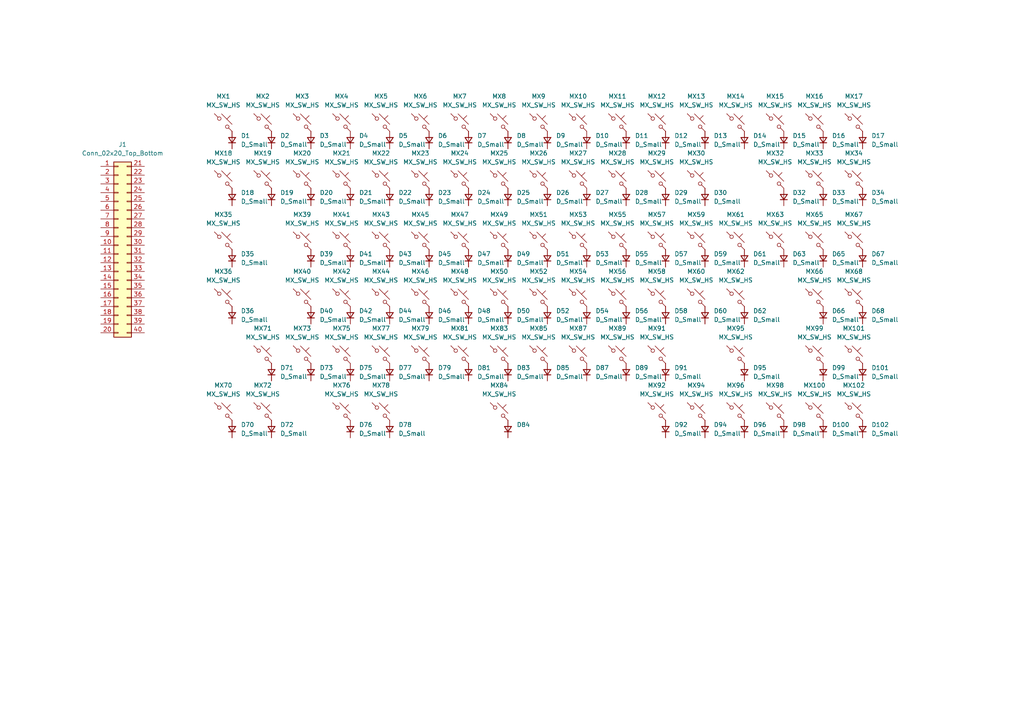
<source format=kicad_sch>
(kicad_sch (version 20231120) (generator "eeschema") (generator_version "8.0")
  (paper "A4")
  (symbol (lib_id "Device:D_Small") (at 250.19 74.93 90) (unit 1)
    (property "Reference" "D67" (at 252.73 73.6599 90) (effects (justify right)))
    (property "Value" "D_Small" (at 252.73 76.1999 90) (effects (justify right)))
    (property "Description" "Diode, small symbol" (effects (hide yes)))
    (property "Sim.Device" "D" (effects (hide yes)))
    (property "Sim.Pins" "1=K 2=A" (effects (hide yes)))
  )
  (symbol (lib_id "Device:D_Small") (at 135.89 91.44 90) (unit 1)
    (property "Reference" "D48" (at 138.43 90.1699 90) (effects (justify right)))
    (property "Value" "D_Small" (at 138.43 92.7099 90) (effects (justify right)))
    (property "Description" "Diode, small symbol" (effects (hide yes)))
    (property "Sim.Device" "D" (effects (hide yes)))
    (property "Sim.Pins" "1=K 2=A" (effects (hide yes)))
  )
  (symbol (lib_id "Device:D_Small") (at 135.89 107.95 90) (unit 1)
    (property "Reference" "D81" (at 138.43 106.6799 90) (effects (justify right)))
    (property "Value" "D_Small" (at 138.43 109.2199 90) (effects (justify right)))
    (property "Description" "Diode, small symbol" (effects (hide yes)))
    (property "Sim.Device" "D" (effects (hide yes)))
    (property "Sim.Pins" "1=K 2=A" (effects (hide yes)))
  )
  (symbol (lib_id "marbastlib-mx:MX_SW_HS_CPG151101S11") (at 99.06 69.85 0) (unit 1)
    (property "Reference" "MX41" (at 99.06 62.23 0))
    (property "Value" "MX_SW_HS" (at 99.06 64.77 0))
    (property "Footprint" "PCM_marbastlib-mx:SW_MX_HS_CPG151101S11_1u" (effects (hide yes)))
    (property "Description" "Push button switch, normally open, two pins, 45° tilted, Kailh CPG151101S11 for Cherry MX style switches" (effects (hide yes)))
  )
  (symbol (lib_id "marbastlib-mx:MX_SW_HS_CPG151101S11") (at 110.49 102.87 0) (unit 1)
    (property "Reference" "MX77" (at 110.49 95.25 0))
    (property "Value" "MX_SW_HS" (at 110.49 97.79 0))
    (property "Footprint" "PCM_marbastlib-mx:SW_MX_HS_CPG151101S11_1u" (effects (hide yes)))
    (property "Description" "Push button switch, normally open, two pins, 45° tilted, Kailh CPG151101S11 for Cherry MX style switches" (effects (hide yes)))
  )
  (symbol (lib_id "marbastlib-mx:MX_SW_HS_CPG151101S11") (at 99.06 86.36 0) (unit 1)
    (property "Reference" "MX42" (at 99.06 78.74 0))
    (property "Value" "MX_SW_HS" (at 99.06 81.28 0))
    (property "Footprint" "PCM_marbastlib-mx:SW_MX_HS_CPG151101S11_1u" (effects (hide yes)))
    (property "Description" "Push button switch, normally open, two pins, 45° tilted, Kailh CPG151101S11 for Cherry MX style switches" (effects (hide yes)))
  )
  (symbol (lib_id "Device:D_Small") (at 170.18 74.93 90) (unit 1)
    (property "Reference" "D53" (at 172.72 73.6599 90) (effects (justify right)))
    (property "Value" "D_Small" (at 172.72 76.1999 90) (effects (justify right)))
    (property "Description" "Diode, small symbol" (effects (hide yes)))
    (property "Sim.Device" "D" (effects (hide yes)))
    (property "Sim.Pins" "1=K 2=A" (effects (hide yes)))
  )
  (symbol (lib_id "marbastlib-mx:MX_SW_HS_CPG151101S11") (at 190.5 102.87 0) (unit 1)
    (property "Reference" "MX91" (at 190.5 95.25 0))
    (property "Value" "MX_SW_HS" (at 190.5 97.79 0))
    (property "Footprint" "PCM_marbastlib-mx:SW_MX_HS_CPG151101S11_1u" (effects (hide yes)))
    (property "Description" "Push button switch, normally open, two pins, 45° tilted, Kailh CPG151101S11 for Cherry MX style switches" (effects (hide yes)))
  )
  (symbol (lib_id "marbastlib-mx:MX_SW_HS_CPG151101S11") (at 179.07 86.36 0) (unit 1)
    (property "Reference" "MX56" (at 179.07 78.74 0))
    (property "Value" "MX_SW_HS" (at 179.07 81.28 0))
    (property "Footprint" "PCM_marbastlib-mx:SW_MX_HS_CPG151101S11_1u" (effects (hide yes)))
    (property "Description" "Push button switch, normally open, two pins, 45° tilted, Kailh CPG151101S11 for Cherry MX style switches" (effects (hide yes)))
  )
  (symbol (lib_id "marbastlib-mx:MX_SW_HS_CPG151101S11") (at 236.22 52.07 0) (unit 1)
    (property "Reference" "MX33" (at 236.22 44.45 0))
    (property "Value" "MX_SW_HS" (at 236.22 46.99 0))
    (property "Footprint" "PCM_marbastlib-mx:SW_MX_HS_CPG151101S11_1u" (effects (hide yes)))
    (property "Description" "Push button switch, normally open, two pins, 45° tilted, Kailh CPG151101S11 for Cherry MX style switches" (effects (hide yes)))
  )
  (symbol (lib_id "marbastlib-mx:MX_SW_HS_CPG151101S11") (at 201.93 52.07 0) (unit 1)
    (property "Reference" "MX30" (at 201.93 44.45 0))
    (property "Value" "MX_SW_HS" (at 201.93 46.99 0))
    (property "Footprint" "PCM_marbastlib-mx:SW_MX_HS_CPG151101S11_1u" (effects (hide yes)))
    (property "Description" "Push button switch, normally open, two pins, 45° tilted, Kailh CPG151101S11 for Cherry MX style switches" (effects (hide yes)))
  )
  (symbol (lib_id "Device:D_Small") (at 90.17 91.44 90) (unit 1)
    (property "Reference" "D40" (at 92.71 90.1699 90) (effects (justify right)))
    (property "Value" "D_Small" (at 92.71 92.7099 90) (effects (justify right)))
    (property "Description" "Diode, small symbol" (effects (hide yes)))
    (property "Sim.Device" "D" (effects (hide yes)))
    (property "Sim.Pins" "1=K 2=A" (effects (hide yes)))
  )
  (symbol (lib_id "marbastlib-mx:MX_SW_HS_CPG151101S11") (at 64.77 86.36 0) (unit 1)
    (property "Reference" "MX36" (at 64.77 78.74 0))
    (property "Value" "MX_SW_HS" (at 64.77 81.28 0))
    (property "Footprint" "PCM_marbastlib-mx:SW_MX_HS_CPG151101S11_1u" (effects (hide yes)))
    (property "Description" "Push button switch, normally open, two pins, 45° tilted, Kailh CPG151101S11 for Cherry MX style switches" (effects (hide yes)))
  )
  (symbol (lib_id "marbastlib-mx:MX_SW_HS_CPG151101S11") (at 133.35 86.36 0) (unit 1)
    (property "Reference" "MX48" (at 133.35 78.74 0))
    (property "Value" "MX_SW_HS" (at 133.35 81.28 0))
    (property "Footprint" "PCM_marbastlib-mx:SW_MX_HS_CPG151101S11_1u" (effects (hide yes)))
    (property "Description" "Push button switch, normally open, two pins, 45° tilted, Kailh CPG151101S11 for Cherry MX style switches" (effects (hide yes)))
  )
  (symbol (lib_id "Device:D_Small") (at 147.32 91.44 90) (unit 1)
    (property "Reference" "D50" (at 149.86 90.1699 90) (effects (justify right)))
    (property "Value" "D_Small" (at 149.86 92.7099 90) (effects (justify right)))
    (property "Description" "Diode, small symbol" (effects (hide yes)))
    (property "Sim.Device" "D" (effects (hide yes)))
    (property "Sim.Pins" "1=K 2=A" (effects (hide yes)))
  )
  (symbol (lib_id "marbastlib-mx:MX_SW_HS_CPG151101S11") (at 247.65 69.85 0) (unit 1)
    (property "Reference" "MX67" (at 247.65 62.23 0))
    (property "Value" "MX_SW_HS" (at 247.65 64.77 0))
    (property "Footprint" "PCM_marbastlib-mx:SW_MX_HS_CPG151101S11_1u" (effects (hide yes)))
    (property "Description" "Push button switch, normally open, two pins, 45° tilted, Kailh CPG151101S11 for Cherry MX style switches" (effects (hide yes)))
  )
  (symbol (lib_id "marbastlib-mx:MX_SW_HS_CPG151101S11") (at 156.21 52.07 0) (unit 1)
    (property "Reference" "MX26" (at 156.21 44.45 0))
    (property "Value" "MX_SW_HS" (at 156.21 46.99 0))
    (property "Footprint" "PCM_marbastlib-mx:SW_MX_HS_CPG151101S11_1u" (effects (hide yes)))
    (property "Description" "Push button switch, normally open, two pins, 45° tilted, Kailh CPG151101S11 for Cherry MX style switches" (effects (hide yes)))
  )
  (symbol (lib_id "Device:D_Small") (at 147.32 74.93 90) (unit 1)
    (property "Reference" "D49" (at 149.86 73.6599 90) (effects (justify right)))
    (property "Value" "D_Small" (at 149.86 76.1999 90) (effects (justify right)))
    (property "Description" "Diode, small symbol" (effects (hide yes)))
    (property "Sim.Device" "D" (effects (hide yes)))
    (property "Sim.Pins" "1=K 2=A" (effects (hide yes)))
  )
  (symbol (lib_id "marbastlib-mx:MX_SW_HS_CPG151101S11") (at 76.2 52.07 0) (unit 1)
    (property "Reference" "MX19" (at 76.2 44.45 0))
    (property "Value" "MX_SW_HS" (at 76.2 46.99 0))
    (property "Footprint" "PCM_marbastlib-mx:SW_MX_HS_CPG151101S11_1u" (effects (hide yes)))
    (property "Description" "Push button switch, normally open, two pins, 45° tilted, Kailh CPG151101S11 for Cherry MX style switches" (effects (hide yes)))
  )
  (symbol (lib_id "marbastlib-mx:MX_SW_HS_CPG151101S11") (at 190.5 119.38 0) (unit 1)
    (property "Reference" "MX92" (at 190.5 111.76 0))
    (property "Value" "MX_SW_HS" (at 190.5 114.3 0))
    (property "Footprint" "PCM_marbastlib-mx:SW_MX_HS_CPG151101S11_1u" (effects (hide yes)))
    (property "Description" "Push button switch, normally open, two pins, 45° tilted, Kailh CPG151101S11 for Cherry MX style switches" (effects (hide yes)))
  )
  (symbol (lib_id "Device:D_Small") (at 90.17 107.95 90) (unit 1)
    (property "Reference" "D73" (at 92.71 106.6799 90) (effects (justify right)))
    (property "Value" "D_Small" (at 92.71 109.2199 90) (effects (justify right)))
    (property "Description" "Diode, small symbol" (effects (hide yes)))
    (property "Sim.Device" "D" (effects (hide yes)))
    (property "Sim.Pins" "1=K 2=A" (effects (hide yes)))
  )
  (symbol (lib_id "marbastlib-mx:MX_SW_HS_CPG151101S11") (at 144.78 35.56 0) (unit 1)
    (property "Reference" "MX8" (at 144.78 27.94 0))
    (property "Value" "MX_SW_HS" (at 144.78 30.48 0))
    (property "Footprint" "PCM_marbastlib-mx:SW_MX_HS_CPG151101S11_1u" (effects (hide yes)))
    (property "Description" "Push button switch, normally open, two pins, 45° tilted, Kailh CPG151101S11 for Cherry MX style switches" (effects (hide yes)))
  )
  (symbol (lib_id "marbastlib-mx:MX_SW_HS_CPG151101S11") (at 133.35 102.87 0) (unit 1)
    (property "Reference" "MX81" (at 133.35 95.25 0))
    (property "Value" "MX_SW_HS" (at 133.35 97.79 0))
    (property "Footprint" "PCM_marbastlib-mx:SW_MX_HS_CPG151101S11_1u" (effects (hide yes)))
    (property "Description" "Push button switch, normally open, two pins, 45° tilted, Kailh CPG151101S11 for Cherry MX style switches" (effects (hide yes)))
  )
  (symbol (lib_id "marbastlib-mx:MX_SW_HS_CPG151101S11") (at 121.92 102.87 0) (unit 1)
    (property "Reference" "MX79" (at 121.92 95.25 0))
    (property "Value" "MX_SW_HS" (at 121.92 97.79 0))
    (property "Footprint" "PCM_marbastlib-mx:SW_MX_HS_CPG151101S11_1u" (effects (hide yes)))
    (property "Description" "Push button switch, normally open, two pins, 45° tilted, Kailh CPG151101S11 for Cherry MX style switches" (effects (hide yes)))
  )
  (symbol (lib_id "marbastlib-mx:MX_SW_HS_CPG151101S11") (at 110.49 52.07 0) (unit 1)
    (property "Reference" "MX22" (at 110.49 44.45 0))
    (property "Value" "MX_SW_HS" (at 110.49 46.99 0))
    (property "Footprint" "PCM_marbastlib-mx:SW_MX_HS_CPG151101S11_1u" (effects (hide yes)))
    (property "Description" "Push button switch, normally open, two pins, 45° tilted, Kailh CPG151101S11 for Cherry MX style switches" (effects (hide yes)))
  )
  (symbol (lib_id "marbastlib-mx:MX_SW_HS_CPG151101S11") (at 121.92 35.56 0) (unit 1)
    (property "Reference" "MX6" (at 121.92 27.94 0))
    (property "Value" "MX_SW_HS" (at 121.92 30.48 0))
    (property "Footprint" "PCM_marbastlib-mx:SW_MX_HS_CPG151101S11_1u" (effects (hide yes)))
    (property "Description" "Push button switch, normally open, two pins, 45° tilted, Kailh CPG151101S11 for Cherry MX style switches" (effects (hide yes)))
  )
  (symbol (lib_id "Device:D_Small") (at 113.03 124.46 90) (unit 1)
    (property "Reference" "D78" (at 115.57 123.1899 90) (effects (justify right)))
    (property "Value" "D_Small" (at 115.57 125.7299 90) (effects (justify right)))
    (property "Description" "Diode, small symbol" (effects (hide yes)))
    (property "Sim.Device" "D" (effects (hide yes)))
    (property "Sim.Pins" "1=K 2=A" (effects (hide yes)))
  )
  (symbol (lib_id "Device:D_Small") (at 90.17 74.93 90) (unit 1)
    (property "Reference" "D39" (at 92.71 73.6599 90) (effects (justify right)))
    (property "Value" "D_Small" (at 92.71 76.1999 90) (effects (justify right)))
    (property "Description" "Diode, small symbol" (effects (hide yes)))
    (property "Sim.Device" "D" (effects (hide yes)))
    (property "Sim.Pins" "1=K 2=A" (effects (hide yes)))
  )
  (symbol (lib_id "Device:D_Small") (at 193.04 91.44 90) (unit 1)
    (property "Reference" "D58" (at 195.58 90.1699 90) (effects (justify right)))
    (property "Value" "D_Small" (at 195.58 92.7099 90) (effects (justify right)))
    (property "Description" "Diode, small symbol" (effects (hide yes)))
    (property "Sim.Device" "D" (effects (hide yes)))
    (property "Sim.Pins" "1=K 2=A" (effects (hide yes)))
  )
  (symbol (lib_id "marbastlib-mx:MX_SW_HS_CPG151101S11") (at 144.78 69.85 0) (unit 1)
    (property "Reference" "MX49" (at 144.78 62.23 0))
    (property "Value" "MX_SW_HS" (at 144.78 64.77 0))
    (property "Footprint" "PCM_marbastlib-mx:SW_MX_HS_CPG151101S11_1u" (effects (hide yes)))
    (property "Description" "Push button switch, normally open, two pins, 45° tilted, Kailh CPG151101S11 for Cherry MX style switches" (effects (hide yes)))
  )
  (symbol (lib_id "Device:D_Small") (at 215.9 124.46 90) (unit 1)
    (property "Reference" "D96" (at 218.44 123.1899 90) (effects (justify right)))
    (property "Value" "D_Small" (at 218.44 125.7299 90) (effects (justify right)))
    (property "Description" "Diode, small symbol" (effects (hide yes)))
    (property "Sim.Device" "D" (effects (hide yes)))
    (property "Sim.Pins" "1=K 2=A" (effects (hide yes)))
  )
  (symbol (lib_id "marbastlib-mx:MX_SW_HS_CPG151101S11") (at 201.93 35.56 0) (unit 1)
    (property "Reference" "MX13" (at 201.93 27.94 0))
    (property "Value" "MX_SW_HS" (at 201.93 30.48 0))
    (property "Footprint" "PCM_marbastlib-mx:SW_MX_HS_CPG151101S11_1u" (effects (hide yes)))
    (property "Description" "Push button switch, normally open, two pins, 45° tilted, Kailh CPG151101S11 for Cherry MX style switches" (effects (hide yes)))
  )
  (symbol (lib_id "marbastlib-mx:MX_SW_HS_CPG151101S11") (at 247.65 86.36 0) (unit 1)
    (property "Reference" "MX68" (at 247.65 78.74 0))
    (property "Value" "MX_SW_HS" (at 247.65 81.28 0))
    (property "Footprint" "PCM_marbastlib-mx:SW_MX_HS_CPG151101S11_1u" (effects (hide yes)))
    (property "Description" "Push button switch, normally open, two pins, 45° tilted, Kailh CPG151101S11 for Cherry MX style switches" (effects (hide yes)))
  )
  (symbol (lib_id "Device:D_Small") (at 215.9 40.64 90) (unit 1)
    (property "Reference" "D14" (at 218.44 39.3699 90) (effects (justify right)))
    (property "Value" "D_Small" (at 218.44 41.9099 90) (effects (justify right)))
    (property "Description" "Diode, small symbol" (effects (hide yes)))
    (property "Sim.Device" "D" (effects (hide yes)))
    (property "Sim.Pins" "1=K 2=A" (effects (hide yes)))
  )
  (symbol (lib_id "Device:D_Small") (at 250.19 57.15 90) (unit 1)
    (property "Reference" "D34" (at 252.73 55.8799 90) (effects (justify right)))
    (property "Value" "D_Small" (at 252.73 58.4199 90) (effects (justify right)))
    (property "Description" "Diode, small symbol" (effects (hide yes)))
    (property "Sim.Device" "D" (effects (hide yes)))
    (property "Sim.Pins" "1=K 2=A" (effects (hide yes)))
  )
  (symbol (lib_id "marbastlib-mx:MX_SW_HS_CPG151101S11") (at 213.36 119.38 0) (unit 1)
    (property "Reference" "MX96" (at 213.36 111.76 0))
    (property "Value" "MX_SW_HS" (at 213.36 114.3 0))
    (property "Footprint" "PCM_marbastlib-mx:SW_MX_HS_CPG151101S11_1u" (effects (hide yes)))
    (property "Description" "Push button switch, normally open, two pins, 45° tilted, Kailh CPG151101S11 for Cherry MX style switches" (effects (hide yes)))
  )
  (symbol (lib_id "Device:D_Small") (at 147.32 107.95 90) (unit 1)
    (property "Reference" "D83" (at 149.86 106.6799 90) (effects (justify right)))
    (property "Value" "D_Small" (at 149.86 109.2199 90) (effects (justify right)))
    (property "Description" "Diode, small symbol" (effects (hide yes)))
    (property "Sim.Device" "D" (effects (hide yes)))
    (property "Sim.Pins" "1=K 2=A" (effects (hide yes)))
  )
  (symbol (lib_id "marbastlib-mx:MX_SW_HS_CPG151101S11") (at 167.64 69.85 0) (unit 1)
    (property "Reference" "MX53" (at 167.64 62.23 0))
    (property "Value" "MX_SW_HS" (at 167.64 64.77 0))
    (property "Footprint" "PCM_marbastlib-mx:SW_MX_HS_CPG151101S11_1u" (effects (hide yes)))
    (property "Description" "Push button switch, normally open, two pins, 45° tilted, Kailh CPG151101S11 for Cherry MX style switches" (effects (hide yes)))
  )
  (symbol (lib_id "Device:D_Small") (at 250.19 124.46 90) (unit 1)
    (property "Reference" "D102" (at 252.73 123.1899 90) (effects (justify right)))
    (property "Value" "D_Small" (at 252.73 125.7299 90) (effects (justify right)))
    (property "Description" "Diode, small symbol" (effects (hide yes)))
    (property "Sim.Device" "D" (effects (hide yes)))
    (property "Sim.Pins" "1=K 2=A" (effects (hide yes)))
  )
  (symbol (lib_id "Device:D_Small") (at 113.03 91.44 90) (unit 1)
    (property "Reference" "D44" (at 115.57 90.1699 90) (effects (justify right)))
    (property "Value" "D_Small" (at 115.57 92.7099 90) (effects (justify right)))
    (property "Description" "Diode, small symbol" (effects (hide yes)))
    (property "Sim.Device" "D" (effects (hide yes)))
    (property "Sim.Pins" "1=K 2=A" (effects (hide yes)))
  )
  (symbol (lib_id "marbastlib-mx:MX_SW_HS_CPG151101S11") (at 236.22 69.85 0) (unit 1)
    (property "Reference" "MX65" (at 236.22 62.23 0))
    (property "Value" "MX_SW_HS" (at 236.22 64.77 0))
    (property "Footprint" "PCM_marbastlib-mx:SW_MX_HS_CPG151101S11_1u" (effects (hide yes)))
    (property "Description" "Push button switch, normally open, two pins, 45° tilted, Kailh CPG151101S11 for Cherry MX style switches" (effects (hide yes)))
  )
  (symbol (lib_id "marbastlib-mx:MX_SW_HS_CPG151101S11") (at 179.07 35.56 0) (unit 1)
    (property "Reference" "MX11" (at 179.07 27.94 0))
    (property "Value" "MX_SW_HS" (at 179.07 30.48 0))
    (property "Footprint" "PCM_marbastlib-mx:SW_MX_HS_CPG151101S11_1u" (effects (hide yes)))
    (property "Description" "Push button switch, normally open, two pins, 45° tilted, Kailh CPG151101S11 for Cherry MX style switches" (effects (hide yes)))
  )
  (symbol (lib_id "marbastlib-mx:MX_SW_HS_CPG151101S11") (at 167.64 86.36 0) (unit 1)
    (property "Reference" "MX54" (at 167.64 78.74 0))
    (property "Value" "MX_SW_HS" (at 167.64 81.28 0))
    (property "Footprint" "PCM_marbastlib-mx:SW_MX_HS_CPG151101S11_1u" (effects (hide yes)))
    (property "Description" "Push button switch, normally open, two pins, 45° tilted, Kailh CPG151101S11 for Cherry MX style switches" (effects (hide yes)))
  )
  (symbol (lib_id "marbastlib-mx:MX_SW_HS_CPG151101S11") (at 247.65 52.07 0) (unit 1)
    (property "Reference" "MX34" (at 247.65 44.45 0))
    (property "Value" "MX_SW_HS" (at 247.65 46.99 0))
    (property "Footprint" "PCM_marbastlib-mx:SW_MX_HS_CPG151101S11_1u" (effects (hide yes)))
    (property "Description" "Push button switch, normally open, two pins, 45° tilted, Kailh CPG151101S11 for Cherry MX style switches" (effects (hide yes)))
  )
  (symbol (lib_id "Device:D_Small") (at 170.18 107.95 90) (unit 1)
    (property "Reference" "D87" (at 172.72 106.6799 90) (effects (justify right)))
    (property "Value" "D_Small" (at 172.72 109.2199 90) (effects (justify right)))
    (property "Description" "Diode, small symbol" (effects (hide yes)))
    (property "Sim.Device" "D" (effects (hide yes)))
    (property "Sim.Pins" "1=K 2=A" (effects (hide yes)))
  )
  (symbol (lib_id "Device:D_Small") (at 101.6 74.93 90) (unit 1)
    (property "Reference" "D41" (at 104.14 73.6599 90) (effects (justify right)))
    (property "Value" "D_Small" (at 104.14 76.1999 90) (effects (justify right)))
    (property "Description" "Diode, small symbol" (effects (hide yes)))
    (property "Sim.Device" "D" (effects (hide yes)))
    (property "Sim.Pins" "1=K 2=A" (effects (hide yes)))
  )
  (symbol (lib_id "Device:D_Small") (at 250.19 107.95 90) (unit 1)
    (property "Reference" "D101" (at 252.73 106.6799 90) (effects (justify right)))
    (property "Value" "D_Small" (at 252.73 109.2199 90) (effects (justify right)))
    (property "Description" "Diode, small symbol" (effects (hide yes)))
    (property "Sim.Device" "D" (effects (hide yes)))
    (property "Sim.Pins" "1=K 2=A" (effects (hide yes)))
  )
  (symbol (lib_id "Device:D_Small") (at 204.47 57.15 90) (unit 1)
    (property "Reference" "D30" (at 207.01 55.8799 90) (effects (justify right)))
    (property "Value" "D_Small" (at 207.01 58.4199 90) (effects (justify right)))
    (property "Description" "Diode, small symbol" (effects (hide yes)))
    (property "Sim.Device" "D" (effects (hide yes)))
    (property "Sim.Pins" "1=K 2=A" (effects (hide yes)))
  )
  (symbol (lib_id "Device:D_Small") (at 147.32 40.64 90) (unit 1)
    (property "Reference" "D8" (at 149.86 39.3699 90) (effects (justify right)))
    (property "Value" "D_Small" (at 149.86 41.9099 90) (effects (justify right)))
    (property "Description" "Diode, small symbol" (effects (hide yes)))
    (property "Sim.Device" "D" (effects (hide yes)))
    (property "Sim.Pins" "1=K 2=A" (effects (hide yes)))
  )
  (symbol (lib_id "marbastlib-mx:MX_SW_HS_CPG151101S11") (at 190.5 69.85 0) (unit 1)
    (property "Reference" "MX57" (at 190.5 62.23 0))
    (property "Value" "MX_SW_HS" (at 190.5 64.77 0))
    (property "Footprint" "PCM_marbastlib-mx:SW_MX_HS_CPG151101S11_1u" (effects (hide yes)))
    (property "Description" "Push button switch, normally open, two pins, 45° tilted, Kailh CPG151101S11 for Cherry MX style switches" (effects (hide yes)))
  )
  (symbol (lib_id "Device:D_Small") (at 90.17 57.15 90) (unit 1)
    (property "Reference" "D20" (at 92.71 55.8799 90) (effects (justify right)))
    (property "Value" "D_Small" (at 92.71 58.4199 90) (effects (justify right)))
    (property "Description" "Diode, small symbol" (effects (hide yes)))
    (property "Sim.Device" "D" (effects (hide yes)))
    (property "Sim.Pins" "1=K 2=A" (effects (hide yes)))
  )
  (symbol (lib_id "marbastlib-mx:MX_SW_HS_CPG151101S11") (at 247.65 102.87 0) (unit 1)
    (property "Reference" "MX101" (at 247.65 95.25 0))
    (property "Value" "MX_SW_HS" (at 247.65 97.79 0))
    (property "Footprint" "PCM_marbastlib-mx:SW_MX_HS_CPG151101S11_1u" (effects (hide yes)))
    (property "Description" "Push button switch, normally open, two pins, 45° tilted, Kailh CPG151101S11 for Cherry MX style switches" (effects (hide yes)))
  )
  (symbol (lib_id "marbastlib-mx:MX_SW_HS_CPG151101S11") (at 201.93 69.85 0) (unit 1)
    (property "Reference" "MX59" (at 201.93 62.23 0))
    (property "Value" "MX_SW_HS" (at 201.93 64.77 0))
    (property "Footprint" "PCM_marbastlib-mx:SW_MX_HS_CPG151101S11_1u" (effects (hide yes)))
    (property "Description" "Push button switch, normally open, two pins, 45° tilted, Kailh CPG151101S11 for Cherry MX style switches" (effects (hide yes)))
  )
  (symbol (lib_id "marbastlib-mx:MX_SW_HS_CPG151101S11") (at 190.5 35.56 0) (unit 1)
    (property "Reference" "MX12" (at 190.5 27.94 0))
    (property "Value" "MX_SW_HS" (at 190.5 30.48 0))
    (property "Footprint" "PCM_marbastlib-mx:SW_MX_HS_CPG151101S11_1u" (effects (hide yes)))
    (property "Description" "Push button switch, normally open, two pins, 45° tilted, Kailh CPG151101S11 for Cherry MX style switches" (effects (hide yes)))
  )
  (symbol (lib_id "Device:D_Small") (at 135.89 57.15 90) (unit 1)
    (property "Reference" "D24" (at 138.43 55.8799 90) (effects (justify right)))
    (property "Value" "D_Small" (at 138.43 58.4199 90) (effects (justify right)))
    (property "Description" "Diode, small symbol" (effects (hide yes)))
    (property "Sim.Device" "D" (effects (hide yes)))
    (property "Sim.Pins" "1=K 2=A" (effects (hide yes)))
  )
  (symbol (lib_id "marbastlib-mx:MX_SW_HS_CPG151101S11") (at 133.35 69.85 0) (unit 1)
    (property "Reference" "MX47" (at 133.35 62.23 0))
    (property "Value" "MX_SW_HS" (at 133.35 64.77 0))
    (property "Footprint" "PCM_marbastlib-mx:SW_MX_HS_CPG151101S11_1u" (effects (hide yes)))
    (property "Description" "Push button switch, normally open, two pins, 45° tilted, Kailh CPG151101S11 for Cherry MX style switches" (effects (hide yes)))
  )
  (symbol (lib_id "Device:D_Small") (at 204.47 40.64 90) (unit 1)
    (property "Reference" "D13" (at 207.01 39.3699 90) (effects (justify right)))
    (property "Value" "D_Small" (at 207.01 41.9099 90) (effects (justify right)))
    (property "Description" "Diode, small symbol" (effects (hide yes)))
    (property "Sim.Device" "D" (effects (hide yes)))
    (property "Sim.Pins" "1=K 2=A" (effects (hide yes)))
  )
  (symbol (lib_id "Device:D_Small") (at 67.31 57.15 90) (unit 1)
    (property "Reference" "D18" (at 69.85 55.8799 90) (effects (justify right)))
    (property "Value" "D_Small" (at 69.85 58.4199 90) (effects (justify right)))
    (property "Description" "Diode, small symbol" (effects (hide yes)))
    (property "Sim.Device" "D" (effects (hide yes)))
    (property "Sim.Pins" "1=K 2=A" (effects (hide yes)))
  )
  (symbol (lib_id "Device:D_Small") (at 193.04 107.95 90) (unit 1)
    (property "Reference" "D91" (at 195.58 106.6799 90) (effects (justify right)))
    (property "Value" "D_Small" (at 195.58 109.2199 90) (effects (justify right)))
    (property "Description" "Diode, small symbol" (effects (hide yes)))
    (property "Sim.Device" "D" (effects (hide yes)))
    (property "Sim.Pins" "1=K 2=A" (effects (hide yes)))
  )
  (symbol (lib_id "marbastlib-mx:MX_SW_HS_CPG151101S11") (at 179.07 69.85 0) (unit 1)
    (property "Reference" "MX55" (at 179.07 62.23 0))
    (property "Value" "MX_SW_HS" (at 179.07 64.77 0))
    (property "Footprint" "PCM_marbastlib-mx:SW_MX_HS_CPG151101S11_1u" (effects (hide yes)))
    (property "Description" "Push button switch, normally open, two pins, 45° tilted, Kailh CPG151101S11 for Cherry MX style switches" (effects (hide yes)))
  )
  (symbol (lib_id "Device:D_Small") (at 238.76 74.93 90) (unit 1)
    (property "Reference" "D65" (at 241.3 73.6599 90) (effects (justify right)))
    (property "Value" "D_Small" (at 241.3 76.1999 90) (effects (justify right)))
    (property "Description" "Diode, small symbol" (effects (hide yes)))
    (property "Sim.Device" "D" (effects (hide yes)))
    (property "Sim.Pins" "1=K 2=A" (effects (hide yes)))
  )
  (symbol (lib_id "Device:D_Small") (at 113.03 107.95 90) (unit 1)
    (property "Reference" "D77" (at 115.57 106.6799 90) (effects (justify right)))
    (property "Value" "D_Small" (at 115.57 109.2199 90) (effects (justify right)))
    (property "Description" "Diode, small symbol" (effects (hide yes)))
    (property "Sim.Device" "D" (effects (hide yes)))
    (property "Sim.Pins" "1=K 2=A" (effects (hide yes)))
  )
  (symbol (lib_id "Device:D_Small") (at 67.31 40.64 90) (unit 1)
    (property "Reference" "D1" (at 69.85 39.3699 90) (effects (justify right)))
    (property "Value" "D_Small" (at 69.85 41.9099 90) (effects (justify right)))
    (property "Description" "Diode, small symbol" (effects (hide yes)))
    (property "Sim.Device" "D" (effects (hide yes)))
    (property "Sim.Pins" "1=K 2=A" (effects (hide yes)))
  )
  (symbol (lib_id "Device:D_Small") (at 204.47 124.46 90) (unit 1)
    (property "Reference" "D94" (at 207.01 123.1899 90) (effects (justify right)))
    (property "Value" "D_Small" (at 207.01 125.7299 90) (effects (justify right)))
    (property "Description" "Diode, small symbol" (effects (hide yes)))
    (property "Sim.Device" "D" (effects (hide yes)))
    (property "Sim.Pins" "1=K 2=A" (effects (hide yes)))
  )
  (symbol (lib_id "marbastlib-mx:MX_SW_HS_CPG151101S11") (at 236.22 119.38 0) (unit 1)
    (property "Reference" "MX100" (at 236.22 111.76 0))
    (property "Value" "MX_SW_HS" (at 236.22 114.3 0))
    (property "Footprint" "PCM_marbastlib-mx:SW_MX_HS_CPG151101S11_1u" (effects (hide yes)))
    (property "Description" "Push button switch, normally open, two pins, 45° tilted, Kailh CPG151101S11 for Cherry MX style switches" (effects (hide yes)))
  )
  (symbol (lib_id "Device:D_Small") (at 193.04 57.15 90) (unit 1)
    (property "Reference" "D29" (at 195.58 55.8799 90) (effects (justify right)))
    (property "Value" "D_Small" (at 195.58 58.4199 90) (effects (justify right)))
    (property "Description" "Diode, small symbol" (effects (hide yes)))
    (property "Sim.Device" "D" (effects (hide yes)))
    (property "Sim.Pins" "1=K 2=A" (effects (hide yes)))
  )
  (symbol (lib_id "Device:D_Small") (at 78.74 124.46 90) (unit 1)
    (property "Reference" "D72" (at 81.28 123.1899 90) (effects (justify right)))
    (property "Value" "D_Small" (at 81.28 125.7299 90) (effects (justify right)))
    (property "Description" "Diode, small symbol" (effects (hide yes)))
    (property "Sim.Device" "D" (effects (hide yes)))
    (property "Sim.Pins" "1=K 2=A" (effects (hide yes)))
  )
  (symbol (lib_id "Device:D_Small") (at 101.6 91.44 90) (unit 1)
    (property "Reference" "D42" (at 104.14 90.1699 90) (effects (justify right)))
    (property "Value" "D_Small" (at 104.14 92.7099 90) (effects (justify right)))
    (property "Description" "Diode, small symbol" (effects (hide yes)))
    (property "Sim.Device" "D" (effects (hide yes)))
    (property "Sim.Pins" "1=K 2=A" (effects (hide yes)))
  )
  (symbol (lib_id "Device:D_Small") (at 238.76 91.44 90) (unit 1)
    (property "Reference" "D66" (at 241.3 90.1699 90) (effects (justify right)))
    (property "Value" "D_Small" (at 241.3 92.7099 90) (effects (justify right)))
    (property "Description" "Diode, small symbol" (effects (hide yes)))
    (property "Sim.Device" "D" (effects (hide yes)))
    (property "Sim.Pins" "1=K 2=A" (effects (hide yes)))
  )
  (symbol (lib_id "Device:D_Small") (at 181.61 91.44 90) (unit 1)
    (property "Reference" "D56" (at 184.15 90.1699 90) (effects (justify right)))
    (property "Value" "D_Small" (at 184.15 92.7099 90) (effects (justify right)))
    (property "Description" "Diode, small symbol" (effects (hide yes)))
    (property "Sim.Device" "D" (effects (hide yes)))
    (property "Sim.Pins" "1=K 2=A" (effects (hide yes)))
  )
  (symbol (lib_id "marbastlib-mx:MX_SW_HS_CPG151101S11") (at 213.36 102.87 0) (unit 1)
    (property "Reference" "MX95" (at 213.36 95.25 0))
    (property "Value" "MX_SW_HS" (at 213.36 97.79 0))
    (property "Footprint" "PCM_marbastlib-mx:SW_MX_HS_CPG151101S11_1u" (effects (hide yes)))
    (property "Description" "Push button switch, normally open, two pins, 45° tilted, Kailh CPG151101S11 for Cherry MX style switches" (effects (hide yes)))
  )
  (symbol (lib_id "marbastlib-mx:MX_SW_HS_CPG151101S11") (at 121.92 86.36 0) (unit 1)
    (property "Reference" "MX46" (at 121.92 78.74 0))
    (property "Value" "MX_SW_HS" (at 121.92 81.28 0))
    (property "Footprint" "PCM_marbastlib-mx:SW_MX_HS_CPG151101S11_1u" (effects (hide yes)))
    (property "Description" "Push button switch, normally open, two pins, 45° tilted, Kailh CPG151101S11 for Cherry MX style switches" (effects (hide yes)))
  )
  (symbol (lib_id "marbastlib-mx:MX_SW_HS_CPG151101S11") (at 247.65 35.56 0) (unit 1)
    (property "Reference" "MX17" (at 247.65 27.94 0))
    (property "Value" "MX_SW_HS" (at 247.65 30.48 0))
    (property "Footprint" "PCM_marbastlib-mx:SW_MX_HS_CPG151101S11_1u" (effects (hide yes)))
    (property "Description" "Push button switch, normally open, two pins, 45° tilted, Kailh CPG151101S11 for Cherry MX style switches" (effects (hide yes)))
  )
  (symbol (lib_id "Device:D_Small") (at 170.18 91.44 90) (unit 1)
    (property "Reference" "D54" (at 172.72 90.1699 90) (effects (justify right)))
    (property "Value" "D_Small" (at 172.72 92.7099 90) (effects (justify right)))
    (property "Description" "Diode, small symbol" (effects (hide yes)))
    (property "Sim.Device" "D" (effects (hide yes)))
    (property "Sim.Pins" "1=K 2=A" (effects (hide yes)))
  )
  (symbol (lib_id "Device:D_Small") (at 147.32 57.15 90) (unit 1)
    (property "Reference" "D25" (at 149.86 55.8799 90) (effects (justify right)))
    (property "Value" "D_Small" (at 149.86 58.4199 90) (effects (justify right)))
    (property "Description" "Diode, small symbol" (effects (hide yes)))
    (property "Sim.Device" "D" (effects (hide yes)))
    (property "Sim.Pins" "1=K 2=A" (effects (hide yes)))
  )
  (symbol (lib_id "marbastlib-mx:MX_SW_HS_CPG151101S11") (at 144.78 102.87 0) (unit 1)
    (property "Reference" "MX83" (at 144.78 95.25 0))
    (property "Value" "MX_SW_HS" (at 144.78 97.79 0))
    (property "Footprint" "PCM_marbastlib-mx:SW_MX_HS_CPG151101S11_1u" (effects (hide yes)))
    (property "Description" "Push button switch, normally open, two pins, 45° tilted, Kailh CPG151101S11 for Cherry MX style switches" (effects (hide yes)))
  )
  (symbol (lib_id "marbastlib-mx:MX_SW_HS_CPG151101S11") (at 236.22 102.87 0) (unit 1)
    (property "Reference" "MX99" (at 236.22 95.25 0))
    (property "Value" "MX_SW_HS" (at 236.22 97.79 0))
    (property "Footprint" "PCM_marbastlib-mx:SW_MX_HS_CPG151101S11_1u" (effects (hide yes)))
    (property "Description" "Push button switch, normally open, two pins, 45° tilted, Kailh CPG151101S11 for Cherry MX style switches" (effects (hide yes)))
  )
  (symbol (lib_id "marbastlib-mx:MX_SW_HS_CPG151101S11") (at 76.2 102.87 0) (unit 1)
    (property "Reference" "MX71" (at 76.2 95.25 0))
    (property "Value" "MX_SW_HS" (at 76.2 97.79 0))
    (property "Footprint" "PCM_marbastlib-mx:SW_MX_HS_CPG151101S11_1u" (effects (hide yes)))
    (property "Description" "Push button switch, normally open, two pins, 45° tilted, Kailh CPG151101S11 for Cherry MX style switches" (effects (hide yes)))
  )
  (symbol (lib_id "Device:D_Small") (at 250.19 91.44 90) (unit 1)
    (property "Reference" "D68" (at 252.73 90.1699 90) (effects (justify right)))
    (property "Value" "D_Small" (at 252.73 92.7099 90) (effects (justify right)))
    (property "Description" "Diode, small symbol" (effects (hide yes)))
    (property "Sim.Device" "D" (effects (hide yes)))
    (property "Sim.Pins" "1=K 2=A" (effects (hide yes)))
  )
  (symbol (lib_id "Device:D_Small") (at 215.9 91.44 90) (unit 1)
    (property "Reference" "D62" (at 218.44 90.1699 90) (effects (justify right)))
    (property "Value" "D_Small" (at 218.44 92.7099 90) (effects (justify right)))
    (property "Description" "Diode, small symbol" (effects (hide yes)))
    (property "Sim.Device" "D" (effects (hide yes)))
    (property "Sim.Pins" "1=K 2=A" (effects (hide yes)))
  )
  (symbol (lib_id "Device:D_Small") (at 78.74 107.95 90) (unit 1)
    (property "Reference" "D71" (at 81.28 106.6799 90) (effects (justify right)))
    (property "Value" "D_Small" (at 81.28 109.2199 90) (effects (justify right)))
    (property "Description" "Diode, small symbol" (effects (hide yes)))
    (property "Sim.Device" "D" (effects (hide yes)))
    (property "Sim.Pins" "1=K 2=A" (effects (hide yes)))
  )
  (symbol (lib_id "marbastlib-mx:MX_SW_HS_CPG151101S11") (at 87.63 35.56 0) (unit 1)
    (property "Reference" "MX3" (at 87.63 27.94 0))
    (property "Value" "MX_SW_HS" (at 87.63 30.48 0))
    (property "Footprint" "PCM_marbastlib-mx:SW_MX_HS_CPG151101S11_1u" (effects (hide yes)))
    (property "Description" "Push button switch, normally open, two pins, 45° tilted, Kailh CPG151101S11 for Cherry MX style switches" (effects (hide yes)))
  )
  (symbol (lib_id "Device:D_Small") (at 101.6 124.46 90) (unit 1)
    (property "Reference" "D76" (at 104.14 123.1899 90) (effects (justify right)))
    (property "Value" "D_Small" (at 104.14 125.7299 90) (effects (justify right)))
    (property "Description" "Diode, small symbol" (effects (hide yes)))
    (property "Sim.Device" "D" (effects (hide yes)))
    (property "Sim.Pins" "1=K 2=A" (effects (hide yes)))
  )
  (symbol (lib_id "marbastlib-mx:MX_SW_HS_CPG151101S11") (at 156.21 102.87 0) (unit 1)
    (property "Reference" "MX85" (at 156.21 95.25 0))
    (property "Value" "MX_SW_HS" (at 156.21 97.79 0))
    (property "Footprint" "PCM_marbastlib-mx:SW_MX_HS_CPG151101S11_1u" (effects (hide yes)))
    (property "Description" "Push button switch, normally open, two pins, 45° tilted, Kailh CPG151101S11 for Cherry MX style switches" (effects (hide yes)))
  )
  (symbol (lib_id "Device:D_Small") (at 215.9 107.95 90) (unit 1)
    (property "Reference" "D95" (at 218.44 106.6799 90) (effects (justify right)))
    (property "Value" "D_Small" (at 218.44 109.2199 90) (effects (justify right)))
    (property "Description" "Diode, small symbol" (effects (hide yes)))
    (property "Sim.Device" "D" (effects (hide yes)))
    (property "Sim.Pins" "1=K 2=A" (effects (hide yes)))
  )
  (symbol (lib_id "Device:D_Small") (at 78.74 40.64 90) (unit 1)
    (property "Reference" "D2" (at 81.28 39.3699 90) (effects (justify right)))
    (property "Value" "D_Small" (at 81.28 41.9099 90) (effects (justify right)))
    (property "Description" "Diode, small symbol" (effects (hide yes)))
    (property "Sim.Device" "D" (effects (hide yes)))
    (property "Sim.Pins" "1=K 2=A" (effects (hide yes)))
  )
  (symbol (lib_id "marbastlib-mx:MX_SW_HS_CPG151101S11") (at 224.79 52.07 0) (unit 1)
    (property "Reference" "MX32" (at 224.79 44.45 0))
    (property "Value" "MX_SW_HS" (at 224.79 46.99 0))
    (property "Footprint" "PCM_marbastlib-mx:SW_MX_HS_CPG151101S11_1u" (effects (hide yes)))
    (property "Description" "Push button switch, normally open, two pins, 45° tilted, Kailh CPG151101S11 for Cherry MX style switches" (effects (hide yes)))
  )
  (symbol (lib_id "marbastlib-mx:MX_SW_HS_CPG151101S11") (at 167.64 35.56 0) (unit 1)
    (property "Reference" "MX10" (at 167.64 27.94 0))
    (property "Value" "MX_SW_HS" (at 167.64 30.48 0))
    (property "Footprint" "PCM_marbastlib-mx:SW_MX_HS_CPG151101S11_1u" (effects (hide yes)))
    (property "Description" "Push button switch, normally open, two pins, 45° tilted, Kailh CPG151101S11 for Cherry MX style switches" (effects (hide yes)))
  )
  (symbol (lib_id "marbastlib-mx:MX_SW_HS_CPG151101S11") (at 167.64 52.07 0) (unit 1)
    (property "Reference" "MX27" (at 167.64 44.45 0))
    (property "Value" "MX_SW_HS" (at 167.64 46.99 0))
    (property "Footprint" "PCM_marbastlib-mx:SW_MX_HS_CPG151101S11_1u" (effects (hide yes)))
    (property "Description" "Push button switch, normally open, two pins, 45° tilted, Kailh CPG151101S11 for Cherry MX style switches" (effects (hide yes)))
  )
  (symbol (lib_id "Device:D_Small") (at 250.19 40.64 90) (unit 1)
    (property "Reference" "D17" (at 252.73 39.3699 90) (effects (justify right)))
    (property "Value" "D_Small" (at 252.73 41.9099 90) (effects (justify right)))
    (property "Description" "Diode, small symbol" (effects (hide yes)))
    (property "Sim.Device" "D" (effects (hide yes)))
    (property "Sim.Pins" "1=K 2=A" (effects (hide yes)))
  )
  (symbol (lib_id "Device:D_Small") (at 113.03 40.64 90) (unit 1)
    (property "Reference" "D5" (at 115.57 39.3699 90) (effects (justify right)))
    (property "Value" "D_Small" (at 115.57 41.9099 90) (effects (justify right)))
    (property "Description" "Diode, small symbol" (effects (hide yes)))
    (property "Sim.Device" "D" (effects (hide yes)))
    (property "Sim.Pins" "1=K 2=A" (effects (hide yes)))
  )
  (symbol (lib_id "marbastlib-mx:MX_SW_HS_CPG151101S11") (at 64.77 35.56 0) (unit 1)
    (property "Reference" "MX1" (at 64.77 27.94 0))
    (property "Value" "MX_SW_HS" (at 64.77 30.48 0))
    (property "Footprint" "PCM_marbastlib-mx:SW_MX_HS_CPG151101S11_1u" (effects (hide yes)))
    (property "Description" "Push button switch, normally open, two pins, 45° tilted, Kailh CPG151101S11 for Cherry MX style switches" (effects (hide yes)))
  )
  (symbol (lib_id "marbastlib-mx:MX_SW_HS_CPG151101S11") (at 213.36 69.85 0) (unit 1)
    (property "Reference" "MX61" (at 213.36 62.23 0))
    (property "Value" "MX_SW_HS" (at 213.36 64.77 0))
    (property "Footprint" "PCM_marbastlib-mx:SW_MX_HS_CPG151101S11_1u" (effects (hide yes)))
    (property "Description" "Push button switch, normally open, two pins, 45° tilted, Kailh CPG151101S11 for Cherry MX style switches" (effects (hide yes)))
  )
  (symbol (lib_id "Device:D_Small") (at 147.32 124.46 90) (unit 1)
    (property "Reference" "D84" (at 149.86 123.1899 90) (effects (justify right)))
    (property "Value" "D_Small" (effects (hide yes)))
    (property "Description" "Diode, small symbol" (effects (hide yes)))
    (property "Sim.Device" "D" (effects (hide yes)))
    (property "Sim.Pins" "1=K 2=A" (effects (hide yes)))
  )
  (symbol (lib_id "marbastlib-mx:MX_SW_HS_CPG151101S11") (at 110.49 86.36 0) (unit 1)
    (property "Reference" "MX44" (at 110.49 78.74 0))
    (property "Value" "MX_SW_HS" (at 110.49 81.28 0))
    (property "Footprint" "PCM_marbastlib-mx:SW_MX_HS_CPG151101S11_1u" (effects (hide yes)))
    (property "Description" "Push button switch, normally open, two pins, 45° tilted, Kailh CPG151101S11 for Cherry MX style switches" (effects (hide yes)))
  )
  (symbol (lib_id "marbastlib-mx:MX_SW_HS_CPG151101S11") (at 99.06 52.07 0) (unit 1)
    (property "Reference" "MX21" (at 99.06 44.45 0))
    (property "Value" "MX_SW_HS" (at 99.06 46.99 0))
    (property "Footprint" "PCM_marbastlib-mx:SW_MX_HS_CPG151101S11_1u" (effects (hide yes)))
    (property "Description" "Push button switch, normally open, two pins, 45° tilted, Kailh CPG151101S11 for Cherry MX style switches" (effects (hide yes)))
  )
  (symbol (lib_id "Device:D_Small") (at 67.31 124.46 90) (unit 1)
    (property "Reference" "D70" (at 69.85 123.1899 90) (effects (justify right)))
    (property "Value" "D_Small" (at 69.85 125.7299 90) (effects (justify right)))
    (property "Description" "Diode, small symbol" (effects (hide yes)))
    (property "Sim.Device" "D" (effects (hide yes)))
    (property "Sim.Pins" "1=K 2=A" (effects (hide yes)))
  )
  (symbol (lib_id "Device:D_Small") (at 193.04 74.93 90) (unit 1)
    (property "Reference" "D57" (at 195.58 73.6599 90) (effects (justify right)))
    (property "Value" "D_Small" (at 195.58 76.1999 90) (effects (justify right)))
    (property "Description" "Diode, small symbol" (effects (hide yes)))
    (property "Sim.Device" "D" (effects (hide yes)))
    (property "Sim.Pins" "1=K 2=A" (effects (hide yes)))
  )
  (symbol (lib_id "marbastlib-mx:MX_SW_HS_CPG151101S11") (at 121.92 52.07 0) (unit 1)
    (property "Reference" "MX23" (at 121.92 44.45 0))
    (property "Value" "MX_SW_HS" (at 121.92 46.99 0))
    (property "Footprint" "PCM_marbastlib-mx:SW_MX_HS_CPG151101S11_1u" (effects (hide yes)))
    (property "Description" "Push button switch, normally open, two pins, 45° tilted, Kailh CPG151101S11 for Cherry MX style switches" (effects (hide yes)))
  )
  (symbol (lib_id "marbastlib-mx:MX_SW_HS_CPG151101S11") (at 87.63 69.85 0) (unit 1)
    (property "Reference" "MX39" (at 87.63 62.23 0))
    (property "Value" "MX_SW_HS" (at 87.63 64.77 0))
    (property "Footprint" "PCM_marbastlib-mx:SW_MX_HS_CPG151101S11_1u" (effects (hide yes)))
    (property "Description" "Push button switch, normally open, two pins, 45° tilted, Kailh CPG151101S11 for Cherry MX style switches" (effects (hide yes)))
  )
  (symbol (lib_id "Device:D_Small") (at 181.61 74.93 90) (unit 1)
    (property "Reference" "D55" (at 184.15 73.6599 90) (effects (justify right)))
    (property "Value" "D_Small" (at 184.15 76.1999 90) (effects (justify right)))
    (property "Description" "Diode, small symbol" (effects (hide yes)))
    (property "Sim.Device" "D" (effects (hide yes)))
    (property "Sim.Pins" "1=K 2=A" (effects (hide yes)))
  )
  (symbol (lib_id "marbastlib-mx:MX_SW_HS_CPG151101S11") (at 133.35 52.07 0) (unit 1)
    (property "Reference" "MX24" (at 133.35 44.45 0))
    (property "Value" "MX_SW_HS" (at 133.35 46.99 0))
    (property "Footprint" "PCM_marbastlib-mx:SW_MX_HS_CPG151101S11_1u" (effects (hide yes)))
    (property "Description" "Push button switch, normally open, two pins, 45° tilted, Kailh CPG151101S11 for Cherry MX style switches" (effects (hide yes)))
  )
  (symbol (lib_id "marbastlib-mx:MX_SW_HS_CPG151101S11") (at 156.21 86.36 0) (unit 1)
    (property "Reference" "MX52" (at 156.21 78.74 0))
    (property "Value" "MX_SW_HS" (at 156.21 81.28 0))
    (property "Footprint" "PCM_marbastlib-mx:SW_MX_HS_CPG151101S11_1u" (effects (hide yes)))
    (property "Description" "Push button switch, normally open, two pins, 45° tilted, Kailh CPG151101S11 for Cherry MX style switches" (effects (hide yes)))
  )
  (symbol (lib_id "Device:D_Small") (at 158.75 57.15 90) (unit 1)
    (property "Reference" "D26" (at 161.29 55.8799 90) (effects (justify right)))
    (property "Value" "D_Small" (at 161.29 58.4199 90) (effects (justify right)))
    (property "Description" "Diode, small symbol" (effects (hide yes)))
    (property "Sim.Device" "D" (effects (hide yes)))
    (property "Sim.Pins" "1=K 2=A" (effects (hide yes)))
  )
  (symbol (lib_id "marbastlib-mx:MX_SW_HS_CPG151101S11") (at 64.77 52.07 0) (unit 1)
    (property "Reference" "MX18" (at 64.77 44.45 0))
    (property "Value" "MX_SW_HS" (at 64.77 46.99 0))
    (property "Footprint" "PCM_marbastlib-mx:SW_MX_HS_CPG151101S11_1u" (effects (hide yes)))
    (property "Description" "Push button switch, normally open, two pins, 45° tilted, Kailh CPG151101S11 for Cherry MX style switches" (effects (hide yes)))
  )
  (symbol (lib_id "Device:D_Small") (at 181.61 40.64 90) (unit 1)
    (property "Reference" "D11" (at 184.15 39.3699 90) (effects (justify right)))
    (property "Value" "D_Small" (at 184.15 41.9099 90) (effects (justify right)))
    (property "Description" "Diode, small symbol" (effects (hide yes)))
    (property "Sim.Device" "D" (effects (hide yes)))
    (property "Sim.Pins" "1=K 2=A" (effects (hide yes)))
  )
  (symbol (lib_id "Device:D_Small") (at 170.18 57.15 90) (unit 1)
    (property "Reference" "D27" (at 172.72 55.8799 90) (effects (justify right)))
    (property "Value" "D_Small" (at 172.72 58.4199 90) (effects (justify right)))
    (property "Description" "Diode, small symbol" (effects (hide yes)))
    (property "Sim.Device" "D" (effects (hide yes)))
    (property "Sim.Pins" "1=K 2=A" (effects (hide yes)))
  )
  (symbol (lib_id "marbastlib-mx:MX_SW_HS_CPG151101S11") (at 133.35 35.56 0) (unit 1)
    (property "Reference" "MX7" (at 133.35 27.94 0))
    (property "Value" "MX_SW_HS" (at 133.35 30.48 0))
    (property "Footprint" "PCM_marbastlib-mx:SW_MX_HS_CPG151101S11_1u" (effects (hide yes)))
    (property "Description" "Push button switch, normally open, two pins, 45° tilted, Kailh CPG151101S11 for Cherry MX style switches" (effects (hide yes)))
  )
  (symbol (lib_id "Device:D_Small") (at 227.33 40.64 90) (unit 1)
    (property "Reference" "D15" (at 229.87 39.3699 90) (effects (justify right)))
    (property "Value" "D_Small" (at 229.87 41.9099 90) (effects (justify right)))
    (property "Description" "Diode, small symbol" (effects (hide yes)))
    (property "Sim.Device" "D" (effects (hide yes)))
    (property "Sim.Pins" "1=K 2=A" (effects (hide yes)))
  )
  (symbol (lib_id "Device:D_Small") (at 181.61 57.15 90) (unit 1)
    (property "Reference" "D28" (at 184.15 55.8799 90) (effects (justify right)))
    (property "Value" "D_Small" (at 184.15 58.4199 90) (effects (justify right)))
    (property "Description" "Diode, small symbol" (effects (hide yes)))
    (property "Sim.Device" "D" (effects (hide yes)))
    (property "Sim.Pins" "1=K 2=A" (effects (hide yes)))
  )
  (symbol (lib_id "marbastlib-mx:MX_SW_HS_CPG151101S11") (at 144.78 52.07 0) (unit 1)
    (property "Reference" "MX25" (at 144.78 44.45 0))
    (property "Value" "MX_SW_HS" (at 144.78 46.99 0))
    (property "Footprint" "PCM_marbastlib-mx:SW_MX_HS_CPG151101S11_1u" (effects (hide yes)))
    (property "Description" "Push button switch, normally open, two pins, 45° tilted, Kailh CPG151101S11 for Cherry MX style switches" (effects (hide yes)))
  )
  (symbol (lib_id "Device:D_Small") (at 158.75 74.93 90) (unit 1)
    (property "Reference" "D51" (at 161.29 73.6599 90) (effects (justify right)))
    (property "Value" "D_Small" (at 161.29 76.1999 90) (effects (justify right)))
    (property "Description" "Diode, small symbol" (effects (hide yes)))
    (property "Sim.Device" "D" (effects (hide yes)))
    (property "Sim.Pins" "1=K 2=A" (effects (hide yes)))
  )
  (symbol (lib_id "marbastlib-mx:MX_SW_HS_CPG151101S11") (at 76.2 35.56 0) (unit 1)
    (property "Reference" "MX2" (at 76.2 27.94 0))
    (property "Value" "MX_SW_HS" (at 76.2 30.48 0))
    (property "Footprint" "PCM_marbastlib-mx:SW_MX_HS_CPG151101S11_1u" (effects (hide yes)))
    (property "Description" "Push button switch, normally open, two pins, 45° tilted, Kailh CPG151101S11 for Cherry MX style switches" (effects (hide yes)))
  )
  (symbol (lib_id "marbastlib-mx:MX_SW_HS_CPG151101S11") (at 99.06 35.56 0) (unit 1)
    (property "Reference" "MX4" (at 99.06 27.94 0))
    (property "Value" "MX_SW_HS" (at 99.06 30.48 0))
    (property "Footprint" "PCM_marbastlib-mx:SW_MX_HS_CPG151101S11_1u" (effects (hide yes)))
    (property "Description" "Push button switch, normally open, two pins, 45° tilted, Kailh CPG151101S11 for Cherry MX style switches" (effects (hide yes)))
  )
  (symbol (lib_id "marbastlib-mx:MX_SW_HS_CPG151101S11") (at 190.5 86.36 0) (unit 1)
    (property "Reference" "MX58" (at 190.5 78.74 0))
    (property "Value" "MX_SW_HS" (at 190.5 81.28 0))
    (property "Footprint" "PCM_marbastlib-mx:SW_MX_HS_CPG151101S11_1u" (effects (hide yes)))
    (property "Description" "Push button switch, normally open, two pins, 45° tilted, Kailh CPG151101S11 for Cherry MX style switches" (effects (hide yes)))
  )
  (symbol (lib_id "marbastlib-mx:MX_SW_HS_CPG151101S11") (at 201.93 119.38 0) (unit 1)
    (property "Reference" "MX94" (at 201.93 111.76 0))
    (property "Value" "MX_SW_HS" (at 201.93 114.3 0))
    (property "Footprint" "PCM_marbastlib-mx:SW_MX_HS_CPG151101S11_1u" (effects (hide yes)))
    (property "Description" "Push button switch, normally open, two pins, 45° tilted, Kailh CPG151101S11 for Cherry MX style switches" (effects (hide yes)))
  )
  (symbol (lib_id "marbastlib-mx:MX_SW_HS_CPG151101S11") (at 64.77 119.38 0) (unit 1)
    (property "Reference" "MX70" (at 64.77 111.76 0))
    (property "Value" "MX_SW_HS" (at 64.77 114.3 0))
    (property "Footprint" "PCM_marbastlib-mx:SW_MX_HS_CPG151101S11_1u" (effects (hide yes)))
    (property "Description" "Push button switch, normally open, two pins, 45° tilted, Kailh CPG151101S11 for Cherry MX style switches" (effects (hide yes)))
  )
  (symbol (lib_id "Device:D_Small") (at 227.33 74.93 90) (unit 1)
    (property "Reference" "D63" (at 229.87 73.6599 90) (effects (justify right)))
    (property "Value" "D_Small" (at 229.87 76.1999 90) (effects (justify right)))
    (property "Description" "Diode, small symbol" (effects (hide yes)))
    (property "Sim.Device" "D" (effects (hide yes)))
    (property "Sim.Pins" "1=K 2=A" (effects (hide yes)))
  )
  (symbol (lib_id "Device:D_Small") (at 204.47 74.93 90) (unit 1)
    (property "Reference" "D59" (at 207.01 73.6599 90) (effects (justify right)))
    (property "Value" "D_Small" (at 207.01 76.1999 90) (effects (justify right)))
    (property "Description" "Diode, small symbol" (effects (hide yes)))
    (property "Sim.Device" "D" (effects (hide yes)))
    (property "Sim.Pins" "1=K 2=A" (effects (hide yes)))
  )
  (symbol (lib_id "marbastlib-mx:MX_SW_HS_CPG151101S11") (at 224.79 69.85 0) (unit 1)
    (property "Reference" "MX63" (at 224.79 62.23 0))
    (property "Value" "MX_SW_HS" (at 224.79 64.77 0))
    (property "Footprint" "PCM_marbastlib-mx:SW_MX_HS_CPG151101S11_1u" (effects (hide yes)))
    (property "Description" "Push button switch, normally open, two pins, 45° tilted, Kailh CPG151101S11 for Cherry MX style switches" (effects (hide yes)))
  )
  (symbol (lib_id "Device:D_Small") (at 238.76 57.15 90) (unit 1)
    (property "Reference" "D33" (at 241.3 55.8799 90) (effects (justify right)))
    (property "Value" "D_Small" (at 241.3 58.4199 90) (effects (justify right)))
    (property "Description" "Diode, small symbol" (effects (hide yes)))
    (property "Sim.Device" "D" (effects (hide yes)))
    (property "Sim.Pins" "1=K 2=A" (effects (hide yes)))
  )
  (symbol (lib_id "Device:D_Small") (at 124.46 107.95 90) (unit 1)
    (property "Reference" "D79" (at 127 106.6799 90) (effects (justify right)))
    (property "Value" "D_Small" (at 127 109.2199 90) (effects (justify right)))
    (property "Description" "Diode, small symbol" (effects (hide yes)))
    (property "Sim.Device" "D" (effects (hide yes)))
    (property "Sim.Pins" "1=K 2=A" (effects (hide yes)))
  )
  (symbol (lib_id "Device:D_Small") (at 170.18 40.64 90) (unit 1)
    (property "Reference" "D10" (at 172.72 39.3699 90) (effects (justify right)))
    (property "Value" "D_Small" (at 172.72 41.9099 90) (effects (justify right)))
    (property "Description" "Diode, small symbol" (effects (hide yes)))
    (property "Sim.Device" "D" (effects (hide yes)))
    (property "Sim.Pins" "1=K 2=A" (effects (hide yes)))
  )
  (symbol (lib_id "Device:D_Small") (at 158.75 40.64 90) (unit 1)
    (property "Reference" "D9" (at 161.29 39.3699 90) (effects (justify right)))
    (property "Value" "D_Small" (at 161.29 41.9099 90) (effects (justify right)))
    (property "Description" "Diode, small symbol" (effects (hide yes)))
    (property "Sim.Device" "D" (effects (hide yes)))
    (property "Sim.Pins" "1=K 2=A" (effects (hide yes)))
  )
  (symbol (lib_id "Device:D_Small") (at 124.46 57.15 90) (unit 1)
    (property "Reference" "D23" (at 127 55.8799 90) (effects (justify right)))
    (property "Value" "D_Small" (at 127 58.4199 90) (effects (justify right)))
    (property "Description" "Diode, small symbol" (effects (hide yes)))
    (property "Sim.Device" "D" (effects (hide yes)))
    (property "Sim.Pins" "1=K 2=A" (effects (hide yes)))
  )
  (symbol (lib_id "Device:D_Small") (at 158.75 91.44 90) (unit 1)
    (property "Reference" "D52" (at 161.29 90.1699 90) (effects (justify right)))
    (property "Value" "D_Small" (at 161.29 92.7099 90) (effects (justify right)))
    (property "Description" "Diode, small symbol" (effects (hide yes)))
    (property "Sim.Device" "D" (effects (hide yes)))
    (property "Sim.Pins" "1=K 2=A" (effects (hide yes)))
  )
  (symbol (lib_id "marbastlib-mx:MX_SW_HS_CPG151101S11") (at 121.92 69.85 0) (unit 1)
    (property "Reference" "MX45" (at 121.92 62.23 0))
    (property "Value" "MX_SW_HS" (at 121.92 64.77 0))
    (property "Footprint" "PCM_marbastlib-mx:SW_MX_HS_CPG151101S11_1u" (effects (hide yes)))
    (property "Description" "Push button switch, normally open, two pins, 45° tilted, Kailh CPG151101S11 for Cherry MX style switches" (effects (hide yes)))
  )
  (symbol (lib_id "Device:D_Small") (at 78.74 57.15 90) (unit 1)
    (property "Reference" "D19" (at 81.28 55.8799 90) (effects (justify right)))
    (property "Value" "D_Small" (at 81.28 58.4199 90) (effects (justify right)))
    (property "Description" "Diode, small symbol" (effects (hide yes)))
    (property "Sim.Device" "D" (effects (hide yes)))
    (property "Sim.Pins" "1=K 2=A" (effects (hide yes)))
  )
  (symbol (lib_id "marbastlib-mx:MX_SW_HS_CPG151101S11") (at 247.65 119.38 0) (unit 1)
    (property "Reference" "MX102" (at 247.65 111.76 0))
    (property "Value" "MX_SW_HS" (at 247.65 114.3 0))
    (property "Footprint" "PCM_marbastlib-mx:SW_MX_HS_CPG151101S11_1u" (effects (hide yes)))
    (property "Description" "Push button switch, normally open, two pins, 45° tilted, Kailh CPG151101S11 for Cherry MX style switches" (effects (hide yes)))
  )
  (symbol (lib_id "Device:D_Small") (at 124.46 74.93 90) (unit 1)
    (property "Reference" "D45" (at 127 73.6599 90) (effects (justify right)))
    (property "Value" "D_Small" (at 127 76.1999 90) (effects (justify right)))
    (property "Description" "Diode, small symbol" (effects (hide yes)))
    (property "Sim.Device" "D" (effects (hide yes)))
    (property "Sim.Pins" "1=K 2=A" (effects (hide yes)))
  )
  (symbol (lib_id "marbastlib-mx:MX_SW_HS_CPG151101S11") (at 213.36 35.56 0) (unit 1)
    (property "Reference" "MX14" (at 213.36 27.94 0))
    (property "Value" "MX_SW_HS" (at 213.36 30.48 0))
    (property "Footprint" "PCM_marbastlib-mx:SW_MX_HS_CPG151101S11_1u" (effects (hide yes)))
    (property "Description" "Push button switch, normally open, two pins, 45° tilted, Kailh CPG151101S11 for Cherry MX style switches" (effects (hide yes)))
  )
  (symbol (lib_id "marbastlib-mx:MX_SW_HS_CPG151101S11") (at 99.06 119.38 0) (unit 1)
    (property "Reference" "MX76" (at 99.06 111.76 0))
    (property "Value" "MX_SW_HS" (at 99.06 114.3 0))
    (property "Footprint" "PCM_marbastlib-mx:SW_MX_HS_CPG151101S11_1u" (effects (hide yes)))
    (property "Description" "Push button switch, normally open, two pins, 45° tilted, Kailh CPG151101S11 for Cherry MX style switches" (effects (hide yes)))
  )
  (symbol (lib_id "marbastlib-mx:MX_SW_HS_CPG151101S11") (at 87.63 52.07 0) (unit 1)
    (property "Reference" "MX20" (at 87.63 44.45 0))
    (property "Value" "MX_SW_HS" (at 87.63 46.99 0))
    (property "Footprint" "PCM_marbastlib-mx:SW_MX_HS_CPG151101S11_1u" (effects (hide yes)))
    (property "Description" "Push button switch, normally open, two pins, 45° tilted, Kailh CPG151101S11 for Cherry MX style switches" (effects (hide yes)))
  )
  (symbol (lib_id "marbastlib-mx:MX_SW_HS_CPG151101S11") (at 144.78 86.36 0) (unit 1)
    (property "Reference" "MX50" (at 144.78 78.74 0))
    (property "Value" "MX_SW_HS" (at 144.78 81.28 0))
    (property "Footprint" "PCM_marbastlib-mx:SW_MX_HS_CPG151101S11_1u" (effects (hide yes)))
    (property "Description" "Push button switch, normally open, two pins, 45° tilted, Kailh CPG151101S11 for Cherry MX style switches" (effects (hide yes)))
  )
  (symbol (lib_id "Device:D_Small") (at 158.75 107.95 90) (unit 1)
    (property "Reference" "D85" (at 161.29 106.6799 90) (effects (justify right)))
    (property "Value" "D_Small" (at 161.29 109.2199 90) (effects (justify right)))
    (property "Description" "Diode, small symbol" (effects (hide yes)))
    (property "Sim.Device" "D" (effects (hide yes)))
    (property "Sim.Pins" "1=K 2=A" (effects (hide yes)))
  )
  (symbol (lib_id "marbastlib-mx:MX_SW_HS_CPG151101S11") (at 156.21 35.56 0) (unit 1)
    (property "Reference" "MX9" (at 156.21 27.94 0))
    (property "Value" "MX_SW_HS" (at 156.21 30.48 0))
    (property "Footprint" "PCM_marbastlib-mx:SW_MX_HS_CPG151101S11_1u" (effects (hide yes)))
    (property "Description" "Push button switch, normally open, two pins, 45° tilted, Kailh CPG151101S11 for Cherry MX style switches" (effects (hide yes)))
  )
  (symbol (lib_id "Connector_Generic:Conn_02x20_Top_Bottom") (at 34.29 71.12 0) (unit 1)
    (property "Reference" "J1" (at 35.56 41.91 0))
    (property "Value" "Conn_02x20_Top_Bottom" (at 35.56 44.45 0))
    (property "Description" "Generic connector, double row, 02x20, top/bottom pin numbering scheme (row 1: 1...pins_per_row, row2: pins_per_row+1 ... num_pins), script generated (kicad-library-utils/schlib/autogen/connector/)" (effects (hide yes)))
  )
  (symbol (lib_id "marbastlib-mx:MX_SW_HS_CPG151101S11") (at 190.5 52.07 0) (unit 1)
    (property "Reference" "MX29" (at 190.5 44.45 0))
    (property "Value" "MX_SW_HS" (at 190.5 46.99 0))
    (property "Footprint" "PCM_marbastlib-mx:SW_MX_HS_CPG151101S11_1u" (effects (hide yes)))
    (property "Description" "Push button switch, normally open, two pins, 45° tilted, Kailh CPG151101S11 for Cherry MX style switches" (effects (hide yes)))
  )
  (symbol (lib_id "Device:D_Small") (at 215.9 74.93 90) (unit 1)
    (property "Reference" "D61" (at 218.44 73.6599 90) (effects (justify right)))
    (property "Value" "D_Small" (at 218.44 76.1999 90) (effects (justify right)))
    (property "Description" "Diode, small symbol" (effects (hide yes)))
    (property "Sim.Device" "D" (effects (hide yes)))
    (property "Sim.Pins" "1=K 2=A" (effects (hide yes)))
  )
  (symbol (lib_id "Device:D_Small") (at 193.04 124.46 90) (unit 1)
    (property "Reference" "D92" (at 195.58 123.1899 90) (effects (justify right)))
    (property "Value" "D_Small" (at 195.58 125.7299 90) (effects (justify right)))
    (property "Description" "Diode, small symbol" (effects (hide yes)))
    (property "Sim.Device" "D" (effects (hide yes)))
    (property "Sim.Pins" "1=K 2=A" (effects (hide yes)))
  )
  (symbol (lib_id "Device:D_Small") (at 227.33 124.46 90) (unit 1)
    (property "Reference" "D98" (at 229.87 123.1899 90) (effects (justify right)))
    (property "Value" "D_Small" (at 229.87 125.7299 90) (effects (justify right)))
    (property "Description" "Diode, small symbol" (effects (hide yes)))
    (property "Sim.Device" "D" (effects (hide yes)))
    (property "Sim.Pins" "1=K 2=A" (effects (hide yes)))
  )
  (symbol (lib_id "marbastlib-mx:MX_SW_HS_CPG151101S11") (at 179.07 52.07 0) (unit 1)
    (property "Reference" "MX28" (at 179.07 44.45 0))
    (property "Value" "MX_SW_HS" (at 179.07 46.99 0))
    (property "Footprint" "PCM_marbastlib-mx:SW_MX_HS_CPG151101S11_1u" (effects (hide yes)))
    (property "Description" "Push button switch, normally open, two pins, 45° tilted, Kailh CPG151101S11 for Cherry MX style switches" (effects (hide yes)))
  )
  (symbol (lib_id "Device:D_Small") (at 124.46 40.64 90) (unit 1)
    (property "Reference" "D6" (at 127 39.3699 90) (effects (justify right)))
    (property "Value" "D_Small" (at 127 41.9099 90) (effects (justify right)))
    (property "Description" "Diode, small symbol" (effects (hide yes)))
    (property "Sim.Device" "D" (effects (hide yes)))
    (property "Sim.Pins" "1=K 2=A" (effects (hide yes)))
  )
  (symbol (lib_id "marbastlib-mx:MX_SW_HS_CPG151101S11") (at 110.49 35.56 0) (unit 1)
    (property "Reference" "MX5" (at 110.49 27.94 0))
    (property "Value" "MX_SW_HS" (at 110.49 30.48 0))
    (property "Footprint" "PCM_marbastlib-mx:SW_MX_HS_CPG151101S11_1u" (effects (hide yes)))
    (property "Description" "Push button switch, normally open, two pins, 45° tilted, Kailh CPG151101S11 for Cherry MX style switches" (effects (hide yes)))
  )
  (symbol (lib_id "Device:D_Small") (at 204.47 91.44 90) (unit 1)
    (property "Reference" "D60" (at 207.01 90.1699 90) (effects (justify right)))
    (property "Value" "D_Small" (at 207.01 92.7099 90) (effects (justify right)))
    (property "Description" "Diode, small symbol" (effects (hide yes)))
    (property "Sim.Device" "D" (effects (hide yes)))
    (property "Sim.Pins" "1=K 2=A" (effects (hide yes)))
  )
  (symbol (lib_id "Device:D_Small") (at 238.76 107.95 90) (unit 1)
    (property "Reference" "D99" (at 241.3 106.6799 90) (effects (justify right)))
    (property "Value" "D_Small" (at 241.3 109.2199 90) (effects (justify right)))
    (property "Description" "Diode, small symbol" (effects (hide yes)))
    (property "Sim.Device" "D" (effects (hide yes)))
    (property "Sim.Pins" "1=K 2=A" (effects (hide yes)))
  )
  (symbol (lib_id "Device:D_Small") (at 67.31 91.44 90) (unit 1)
    (property "Reference" "D36" (at 69.85 90.1699 90) (effects (justify right)))
    (property "Value" "D_Small" (at 69.85 92.7099 90) (effects (justify right)))
    (property "Description" "Diode, small symbol" (effects (hide yes)))
    (property "Sim.Device" "D" (effects (hide yes)))
    (property "Sim.Pins" "1=K 2=A" (effects (hide yes)))
  )
  (symbol (lib_id "marbastlib-mx:MX_SW_HS_CPG151101S11") (at 224.79 35.56 0) (unit 1)
    (property "Reference" "MX15" (at 224.79 27.94 0))
    (property "Value" "MX_SW_HS" (at 224.79 30.48 0))
    (property "Footprint" "PCM_marbastlib-mx:SW_MX_HS_CPG151101S11_1u" (effects (hide yes)))
    (property "Description" "Push button switch, normally open, two pins, 45° tilted, Kailh CPG151101S11 for Cherry MX style switches" (effects (hide yes)))
  )
  (symbol (lib_id "Device:D_Small") (at 227.33 57.15 90) (unit 1)
    (property "Reference" "D32" (at 229.87 55.8799 90) (effects (justify right)))
    (property "Value" "D_Small" (at 229.87 58.4199 90) (effects (justify right)))
    (property "Description" "Diode, small symbol" (effects (hide yes)))
    (property "Sim.Device" "D" (effects (hide yes)))
    (property "Sim.Pins" "1=K 2=A" (effects (hide yes)))
  )
  (symbol (lib_id "marbastlib-mx:MX_SW_HS_CPG151101S11") (at 110.49 69.85 0) (unit 1)
    (property "Reference" "MX43" (at 110.49 62.23 0))
    (property "Value" "MX_SW_HS" (at 110.49 64.77 0))
    (property "Footprint" "PCM_marbastlib-mx:SW_MX_HS_CPG151101S11_1u" (effects (hide yes)))
    (property "Description" "Push button switch, normally open, two pins, 45° tilted, Kailh CPG151101S11 for Cherry MX style switches" (effects (hide yes)))
  )
  (symbol (lib_id "Device:D_Small") (at 181.61 107.95 90) (unit 1)
    (property "Reference" "D89" (at 184.15 106.6799 90) (effects (justify right)))
    (property "Value" "D_Small" (at 184.15 109.2199 90) (effects (justify right)))
    (property "Description" "Diode, small symbol" (effects (hide yes)))
    (property "Sim.Device" "D" (effects (hide yes)))
    (property "Sim.Pins" "1=K 2=A" (effects (hide yes)))
  )
  (symbol (lib_id "marbastlib-mx:MX_SW_HS_CPG151101S11") (at 87.63 86.36 0) (unit 1)
    (property "Reference" "MX40" (at 87.63 78.74 0))
    (property "Value" "MX_SW_HS" (at 87.63 81.28 0))
    (property "Footprint" "PCM_marbastlib-mx:SW_MX_HS_CPG151101S11_1u" (effects (hide yes)))
    (property "Description" "Push button switch, normally open, two pins, 45° tilted, Kailh CPG151101S11 for Cherry MX style switches" (effects (hide yes)))
  )
  (symbol (lib_id "Device:D_Small") (at 113.03 74.93 90) (unit 1)
    (property "Reference" "D43" (at 115.57 73.6599 90) (effects (justify right)))
    (property "Value" "D_Small" (at 115.57 76.1999 90) (effects (justify right)))
    (property "Description" "Diode, small symbol" (effects (hide yes)))
    (property "Sim.Device" "D" (effects (hide yes)))
    (property "Sim.Pins" "1=K 2=A" (effects (hide yes)))
  )
  (symbol (lib_id "marbastlib-mx:MX_SW_HS_CPG151101S11") (at 213.36 86.36 0) (unit 1)
    (property "Reference" "MX62" (at 213.36 78.74 0))
    (property "Value" "MX_SW_HS" (at 213.36 81.28 0))
    (property "Footprint" "PCM_marbastlib-mx:SW_MX_HS_CPG151101S11_1u" (effects (hide yes)))
    (property "Description" "Push button switch, normally open, two pins, 45° tilted, Kailh CPG151101S11 for Cherry MX style switches" (effects (hide yes)))
  )
  (symbol (lib_id "marbastlib-mx:MX_SW_HS_CPG151101S11") (at 167.64 102.87 0) (unit 1)
    (property "Reference" "MX87" (at 167.64 95.25 0))
    (property "Value" "MX_SW_HS" (at 167.64 97.79 0))
    (property "Footprint" "PCM_marbastlib-mx:SW_MX_HS_CPG151101S11_1u" (effects (hide yes)))
    (property "Description" "Push button switch, normally open, two pins, 45° tilted, Kailh CPG151101S11 for Cherry MX style switches" (effects (hide yes)))
  )
  (symbol (lib_id "marbastlib-mx:MX_SW_HS_CPG151101S11") (at 110.49 119.38 0) (unit 1)
    (property "Reference" "MX78" (at 110.49 111.76 0))
    (property "Value" "MX_SW_HS" (at 110.49 114.3 0))
    (property "Footprint" "PCM_marbastlib-mx:SW_MX_HS_CPG151101S11_1u" (effects (hide yes)))
    (property "Description" "Push button switch, normally open, two pins, 45° tilted, Kailh CPG151101S11 for Cherry MX style switches" (effects (hide yes)))
  )
  (symbol (lib_id "marbastlib-mx:MX_SW_HS_CPG151101S11") (at 201.93 86.36 0) (unit 1)
    (property "Reference" "MX60" (at 201.93 78.74 0))
    (property "Value" "MX_SW_HS" (at 201.93 81.28 0))
    (property "Footprint" "PCM_marbastlib-mx:SW_MX_HS_CPG151101S11_1u" (effects (hide yes)))
    (property "Description" "Push button switch, normally open, two pins, 45° tilted, Kailh CPG151101S11 for Cherry MX style switches" (effects (hide yes)))
  )
  (symbol (lib_id "Device:D_Small") (at 90.17 40.64 90) (unit 1)
    (property "Reference" "D3" (at 92.71 39.3699 90) (effects (justify right)))
    (property "Value" "D_Small" (at 92.71 41.9099 90) (effects (justify right)))
    (property "Description" "Diode, small symbol" (effects (hide yes)))
    (property "Sim.Device" "D" (effects (hide yes)))
    (property "Sim.Pins" "1=K 2=A" (effects (hide yes)))
  )
  (symbol (lib_id "marbastlib-mx:MX_SW_HS_CPG151101S11") (at 99.06 102.87 0) (unit 1)
    (property "Reference" "MX75" (at 99.06 95.25 0))
    (property "Value" "MX_SW_HS" (at 99.06 97.79 0))
    (property "Footprint" "PCM_marbastlib-mx:SW_MX_HS_CPG151101S11_1u" (effects (hide yes)))
    (property "Description" "Push button switch, normally open, two pins, 45° tilted, Kailh CPG151101S11 for Cherry MX style switches" (effects (hide yes)))
  )
  (symbol (lib_id "marbastlib-mx:MX_SW_HS_CPG151101S11") (at 179.07 102.87 0) (unit 1)
    (property "Reference" "MX89" (at 179.07 95.25 0))
    (property "Value" "MX_SW_HS" (at 179.07 97.79 0))
    (property "Footprint" "PCM_marbastlib-mx:SW_MX_HS_CPG151101S11_1u" (effects (hide yes)))
    (property "Description" "Push button switch, normally open, two pins, 45° tilted, Kailh CPG151101S11 for Cherry MX style switches" (effects (hide yes)))
  )
  (symbol (lib_id "Device:D_Small") (at 101.6 107.95 90) (unit 1)
    (property "Reference" "D75" (at 104.14 106.6799 90) (effects (justify right)))
    (property "Value" "D_Small" (at 104.14 109.2199 90) (effects (justify right)))
    (property "Description" "Diode, small symbol" (effects (hide yes)))
    (property "Sim.Device" "D" (effects (hide yes)))
    (property "Sim.Pins" "1=K 2=A" (effects (hide yes)))
  )
  (symbol (lib_id "Device:D_Small") (at 238.76 124.46 90) (unit 1)
    (property "Reference" "D100" (at 241.3 123.1899 90) (effects (justify right)))
    (property "Value" "D_Small" (at 241.3 125.7299 90) (effects (justify right)))
    (property "Description" "Diode, small symbol" (effects (hide yes)))
    (property "Sim.Device" "D" (effects (hide yes)))
    (property "Sim.Pins" "1=K 2=A" (effects (hide yes)))
  )
  (symbol (lib_id "marbastlib-mx:MX_SW_HS_CPG151101S11") (at 236.22 35.56 0) (unit 1)
    (property "Reference" "MX16" (at 236.22 27.94 0))
    (property "Value" "MX_SW_HS" (at 236.22 30.48 0))
    (property "Footprint" "PCM_marbastlib-mx:SW_MX_HS_CPG151101S11_1u" (effects (hide yes)))
    (property "Description" "Push button switch, normally open, two pins, 45° tilted, Kailh CPG151101S11 for Cherry MX style switches" (effects (hide yes)))
  )
  (symbol (lib_id "marbastlib-mx:MX_SW_HS_CPG151101S11") (at 87.63 102.87 0) (unit 1)
    (property "Reference" "MX73" (at 87.63 95.25 0))
    (property "Value" "MX_SW_HS" (at 87.63 97.79 0))
    (property "Footprint" "PCM_marbastlib-mx:SW_MX_HS_CPG151101S11_1u" (effects (hide yes)))
    (property "Description" "Push button switch, normally open, two pins, 45° tilted, Kailh CPG151101S11 for Cherry MX style switches" (effects (hide yes)))
  )
  (symbol (lib_id "Device:D_Small") (at 101.6 57.15 90) (unit 1)
    (property "Reference" "D21" (at 104.14 55.8799 90) (effects (justify right)))
    (property "Value" "D_Small" (at 104.14 58.4199 90) (effects (justify right)))
    (property "Description" "Diode, small symbol" (effects (hide yes)))
    (property "Sim.Device" "D" (effects (hide yes)))
    (property "Sim.Pins" "1=K 2=A" (effects (hide yes)))
  )
  (symbol (lib_id "Device:D_Small") (at 113.03 57.15 90) (unit 1)
    (property "Reference" "D22" (at 115.57 55.8799 90) (effects (justify right)))
    (property "Value" "D_Small" (at 115.57 58.4199 90) (effects (justify right)))
    (property "Description" "Diode, small symbol" (effects (hide yes)))
    (property "Sim.Device" "D" (effects (hide yes)))
    (property "Sim.Pins" "1=K 2=A" (effects (hide yes)))
  )
  (symbol (lib_id "Device:D_Small") (at 67.31 74.93 90) (unit 1)
    (property "Reference" "D35" (at 69.85 73.6599 90) (effects (justify right)))
    (property "Value" "D_Small" (at 69.85 76.1999 90) (effects (justify right)))
    (property "Description" "Diode, small symbol" (effects (hide yes)))
    (property "Sim.Device" "D" (effects (hide yes)))
    (property "Sim.Pins" "1=K 2=A" (effects (hide yes)))
  )
  (symbol (lib_id "Device:D_Small") (at 124.46 91.44 90) (unit 1)
    (property "Reference" "D46" (at 127 90.1699 90) (effects (justify right)))
    (property "Value" "D_Small" (at 127 92.7099 90) (effects (justify right)))
    (property "Description" "Diode, small symbol" (effects (hide yes)))
    (property "Sim.Device" "D" (effects (hide yes)))
    (property "Sim.Pins" "1=K 2=A" (effects (hide yes)))
  )
  (symbol (lib_id "marbastlib-mx:MX_SW_HS_CPG151101S11") (at 144.78 119.38 0) (unit 1)
    (property "Reference" "MX84" (at 144.78 111.76 0))
    (property "Value" "MX_SW_HS" (at 144.78 114.3 0))
    (property "Footprint" "PCM_marbastlib-mx:SW_MX_HS_CPG151101S11_1u" (effects (hide yes)))
    (property "Description" "Push button switch, normally open, two pins, 45° tilted, Kailh CPG151101S11 for Cherry MX style switches" (effects (hide yes)))
  )
  (symbol (lib_id "Device:D_Small") (at 193.04 40.64 90) (unit 1)
    (property "Reference" "D12" (at 195.58 39.3699 90) (effects (justify right)))
    (property "Value" "D_Small" (at 195.58 41.9099 90) (effects (justify right)))
    (property "Description" "Diode, small symbol" (effects (hide yes)))
    (property "Sim.Device" "D" (effects (hide yes)))
    (property "Sim.Pins" "1=K 2=A" (effects (hide yes)))
  )
  (symbol (lib_id "marbastlib-mx:MX_SW_HS_CPG151101S11") (at 236.22 86.36 0) (unit 1)
    (property "Reference" "MX66" (at 236.22 78.74 0))
    (property "Value" "MX_SW_HS" (at 236.22 81.28 0))
    (property "Footprint" "PCM_marbastlib-mx:SW_MX_HS_CPG151101S11_1u" (effects (hide yes)))
    (property "Description" "Push button switch, normally open, two pins, 45° tilted, Kailh CPG151101S11 for Cherry MX style switches" (effects (hide yes)))
  )
  (symbol (lib_id "marbastlib-mx:MX_SW_HS_CPG151101S11") (at 156.21 69.85 0) (unit 1)
    (property "Reference" "MX51" (at 156.21 62.23 0))
    (property "Value" "MX_SW_HS" (at 156.21 64.77 0))
    (property "Footprint" "PCM_marbastlib-mx:SW_MX_HS_CPG151101S11_1u" (effects (hide yes)))
    (property "Description" "Push button switch, normally open, two pins, 45° tilted, Kailh CPG151101S11 for Cherry MX style switches" (effects (hide yes)))
  )
  (symbol (lib_id "marbastlib-mx:MX_SW_HS_CPG151101S11") (at 64.77 69.85 0) (unit 1)
    (property "Reference" "MX35" (at 64.77 62.23 0))
    (property "Value" "MX_SW_HS" (at 64.77 64.77 0))
    (property "Footprint" "PCM_marbastlib-mx:SW_MX_HS_CPG151101S11_1u" (effects (hide yes)))
    (property "Description" "Push button switch, normally open, two pins, 45° tilted, Kailh CPG151101S11 for Cherry MX style switches" (effects (hide yes)))
  )
  (symbol (lib_id "Device:D_Small") (at 101.6 40.64 90) (unit 1)
    (property "Reference" "D4" (at 104.14 39.3699 90) (effects (justify right)))
    (property "Value" "D_Small" (at 104.14 41.9099 90) (effects (justify right)))
    (property "Description" "Diode, small symbol" (effects (hide yes)))
    (property "Sim.Device" "D" (effects (hide yes)))
    (property "Sim.Pins" "1=K 2=A" (effects (hide yes)))
  )
  (symbol (lib_id "Device:D_Small") (at 135.89 40.64 90) (unit 1)
    (property "Reference" "D7" (at 138.43 39.3699 90) (effects (justify right)))
    (property "Value" "D_Small" (at 138.43 41.9099 90) (effects (justify right)))
    (property "Description" "Diode, small symbol" (effects (hide yes)))
    (property "Sim.Device" "D" (effects (hide yes)))
    (property "Sim.Pins" "1=K 2=A" (effects (hide yes)))
  )
  (symbol (lib_id "marbastlib-mx:MX_SW_HS_CPG151101S11") (at 76.2 119.38 0) (unit 1)
    (property "Reference" "MX72" (at 76.2 111.76 0))
    (property "Value" "MX_SW_HS" (at 76.2 114.3 0))
    (property "Footprint" "PCM_marbastlib-mx:SW_MX_HS_CPG151101S11_1u" (effects (hide yes)))
    (property "Description" "Push button switch, normally open, two pins, 45° tilted, Kailh CPG151101S11 for Cherry MX style switches" (effects (hide yes)))
  )
  (symbol (lib_id "marbastlib-mx:MX_SW_HS_CPG151101S11") (at 224.79 119.38 0) (unit 1)
    (property "Reference" "MX98" (at 224.79 111.76 0))
    (property "Value" "MX_SW_HS" (at 224.79 114.3 0))
    (property "Footprint" "PCM_marbastlib-mx:SW_MX_HS_CPG151101S11_1u" (effects (hide yes)))
    (property "Description" "Push button switch, normally open, two pins, 45° tilted, Kailh CPG151101S11 for Cherry MX style switches" (effects (hide yes)))
  )
  (symbol (lib_id "Device:D_Small") (at 135.89 74.93 90) (unit 1)
    (property "Reference" "D47" (at 138.43 73.6599 90) (effects (justify right)))
    (property "Value" "D_Small" (at 138.43 76.1999 90) (effects (justify right)))
    (property "Description" "Diode, small symbol" (effects (hide yes)))
    (property "Sim.Device" "D" (effects (hide yes)))
    (property "Sim.Pins" "1=K 2=A" (effects (hide yes)))
  )
  (symbol (lib_id "Device:D_Small") (at 238.76 40.64 90) (unit 1)
    (property "Reference" "D16" (at 241.3 39.3699 90) (effects (justify right)))
    (property "Value" "D_Small" (at 241.3 41.9099 90) (effects (justify right)))
    (property "Description" "Diode, small symbol" (effects (hide yes)))
    (property "Sim.Device" "D" (effects (hide yes)))
    (property "Sim.Pins" "1=K 2=A" (effects (hide yes)))
  )
)
</source>
